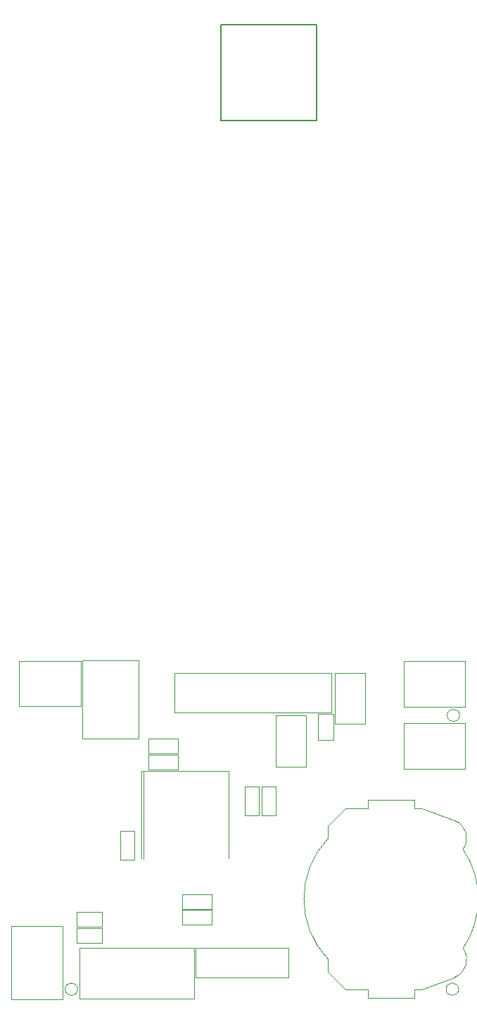
<source format=gbr>
G04 #@! TF.FileFunction,Other,User*
%FSLAX46Y46*%
G04 Gerber Fmt 4.6, Leading zero omitted, Abs format (unit mm)*
G04 Created by KiCad (PCBNEW 4.0.7-e2-6376~58~ubuntu16.04.1) date Mon Apr 29 13:57:36 2019*
%MOMM*%
%LPD*%
G01*
G04 APERTURE LIST*
%ADD10C,0.100000*%
%ADD11C,0.050000*%
%ADD12C,0.150000*%
G04 APERTURE END LIST*
D10*
D11*
X172495000Y-110237000D02*
X172495000Y-100837000D01*
X172495000Y-110237000D02*
X179295000Y-110237000D01*
X179295000Y-100837000D02*
X172495000Y-100837000D01*
X179295000Y-100837000D02*
X179295000Y-110237000D01*
X193793000Y-115979000D02*
X193793000Y-119479000D01*
X193793000Y-115979000D02*
X192043000Y-115979000D01*
X192043000Y-119479000D02*
X193793000Y-119479000D01*
X192043000Y-119479000D02*
X192043000Y-115979000D01*
X183995000Y-112005000D02*
X180495000Y-112005000D01*
X183995000Y-112005000D02*
X183995000Y-110255000D01*
X180495000Y-110255000D02*
X180495000Y-112005000D01*
X180495000Y-110255000D02*
X183995000Y-110255000D01*
X195825000Y-115979000D02*
X195825000Y-119479000D01*
X195825000Y-115979000D02*
X194075000Y-115979000D01*
X194075000Y-119479000D02*
X195825000Y-119479000D01*
X194075000Y-119479000D02*
X194075000Y-115979000D01*
X188059000Y-130674000D02*
X184559000Y-130674000D01*
X188059000Y-130674000D02*
X188059000Y-128924000D01*
X184559000Y-128924000D02*
X184559000Y-130674000D01*
X184559000Y-128924000D02*
X188059000Y-128924000D01*
X183995000Y-113910000D02*
X180495000Y-113910000D01*
X183995000Y-113910000D02*
X183995000Y-112160000D01*
X180495000Y-112160000D02*
X180495000Y-113910000D01*
X180495000Y-112160000D02*
X183995000Y-112160000D01*
X177047000Y-124813000D02*
X177047000Y-121313000D01*
X177047000Y-124813000D02*
X178797000Y-124813000D01*
X178797000Y-121313000D02*
X177047000Y-121313000D01*
X178797000Y-121313000D02*
X178797000Y-124813000D01*
X188059000Y-132579000D02*
X184559000Y-132579000D01*
X188059000Y-132579000D02*
X188059000Y-130829000D01*
X184559000Y-130829000D02*
X184559000Y-132579000D01*
X184559000Y-130829000D02*
X188059000Y-130829000D01*
X218534000Y-108375000D02*
X211234000Y-108375000D01*
X218534000Y-113875000D02*
X218534000Y-108375000D01*
X211234000Y-113875000D02*
X218534000Y-113875000D01*
X211234000Y-108375000D02*
X211234000Y-113875000D01*
X218534000Y-100882000D02*
X211234000Y-100882000D01*
X218534000Y-106382000D02*
X218534000Y-100882000D01*
X211234000Y-106382000D02*
X218534000Y-106382000D01*
X211234000Y-100882000D02*
X211234000Y-106382000D01*
X202470000Y-107020000D02*
X202470000Y-107080000D01*
X202470000Y-105940000D02*
X202470000Y-107030000D01*
X183619140Y-105938320D02*
X183619140Y-107081320D01*
X183620000Y-107083000D02*
X202470000Y-107083000D01*
X202470000Y-105940000D02*
X202470000Y-102340000D01*
X202470000Y-102340000D02*
X183620000Y-102340000D01*
X183620000Y-102340000D02*
X183620000Y-105940000D01*
X186160000Y-138960000D02*
X197360000Y-138960000D01*
X197360000Y-138960000D02*
X197360000Y-135360000D01*
X197360000Y-135360000D02*
X186160000Y-135360000D01*
X186160000Y-135360000D02*
X186160000Y-138960000D01*
X206524000Y-108480000D02*
X206524000Y-102330000D01*
X206524000Y-102330000D02*
X202924000Y-102330000D01*
X202924000Y-102330000D02*
X202924000Y-108480000D01*
X202924000Y-108480000D02*
X206524000Y-108480000D01*
X195812000Y-107420000D02*
X195812000Y-113570000D01*
X195812000Y-113570000D02*
X199412000Y-113570000D01*
X199412000Y-113570000D02*
X199412000Y-107420000D01*
X199412000Y-107420000D02*
X195812000Y-107420000D01*
X172190000Y-141500000D02*
X185940000Y-141500000D01*
X185940000Y-141500000D02*
X185940000Y-135350000D01*
X185940000Y-135350000D02*
X172190000Y-135350000D01*
X172190000Y-135350000D02*
X172190000Y-141500000D01*
X164001000Y-132760000D02*
X164001000Y-141560000D01*
X170101000Y-141560000D02*
X164001000Y-141560000D01*
X170101000Y-132760000D02*
X170101000Y-141560000D01*
X164001000Y-132760000D02*
X170101000Y-132760000D01*
X202703000Y-107289000D02*
X202703000Y-110389000D01*
X202703000Y-107289000D02*
X200903000Y-107289000D01*
X200903000Y-110389000D02*
X202703000Y-110389000D01*
X200903000Y-110389000D02*
X200903000Y-107289000D01*
X174905000Y-134758000D02*
X171805000Y-134758000D01*
X174905000Y-134758000D02*
X174905000Y-132958000D01*
X171805000Y-132958000D02*
X171805000Y-134758000D01*
X171805000Y-132958000D02*
X174905000Y-132958000D01*
X174905000Y-132853000D02*
X171805000Y-132853000D01*
X174905000Y-132853000D02*
X174905000Y-131053000D01*
X171805000Y-131053000D02*
X171805000Y-132853000D01*
X171805000Y-131053000D02*
X174905000Y-131053000D01*
D12*
X200723000Y-24490000D02*
X189223000Y-24490000D01*
X189223000Y-24490000D02*
X189223000Y-35990000D01*
X189223000Y-35990000D02*
X200723000Y-35990000D01*
X200723000Y-35990000D02*
X200723000Y-24490000D01*
D11*
X164926000Y-100932000D02*
X164926000Y-106332000D01*
X172386000Y-100932000D02*
X172386000Y-106332000D01*
X164926000Y-100932000D02*
X172386000Y-100932000D01*
X164926000Y-106332000D02*
X172386000Y-106332000D01*
X179662000Y-114130000D02*
X179662000Y-124630000D01*
X190162000Y-114130000D02*
X190162000Y-124630000D01*
X179662000Y-114130000D02*
X190162000Y-114130000D01*
X179862039Y-114161523D02*
X179862039Y-124661523D01*
X206887000Y-117607000D02*
X206887000Y-118597000D01*
X206887000Y-118597000D02*
X204177000Y-118597000D01*
X204177000Y-118597000D02*
X202037000Y-120737000D01*
X202037000Y-120737000D02*
X202037000Y-122277000D01*
X202036573Y-136676546D02*
G75*
G02X202037000Y-122277000I7640427J7199546D01*
G01*
X202037000Y-136677000D02*
X202037000Y-138217000D01*
X202037000Y-138217000D02*
X204177000Y-140357000D01*
X204177000Y-140357000D02*
X206887000Y-140357000D01*
X206887000Y-140357000D02*
X206887000Y-141347000D01*
X206887000Y-141347000D02*
X212467000Y-141347000D01*
X212467000Y-141347000D02*
X212467000Y-140357000D01*
X212467000Y-140357000D02*
X213317000Y-140357000D01*
X213317000Y-140357000D02*
X217297000Y-138917000D01*
X218331604Y-135433965D02*
G75*
G02X217297000Y-138907000I-1804604J-1353035D01*
G01*
X218327075Y-123531632D02*
G75*
G02X218317000Y-135437000I-8650075J-5945368D01*
G01*
X217298341Y-120061856D02*
G75*
G02X218317000Y-123517000I-771341J-2105144D01*
G01*
X217307000Y-120047000D02*
X213317000Y-118597000D01*
X213317000Y-118597000D02*
X212467000Y-118597000D01*
X212467000Y-118597000D02*
X212467000Y-117607000D01*
X212467000Y-117607000D02*
X206887000Y-117607000D01*
X217920000Y-107442000D02*
G75*
G03X217920000Y-107442000I-750000J0D01*
G01*
X217793000Y-140335000D02*
G75*
G03X217793000Y-140335000I-750000J0D01*
G01*
X171946000Y-140335000D02*
G75*
G03X171946000Y-140335000I-750000J0D01*
G01*
M02*

</source>
